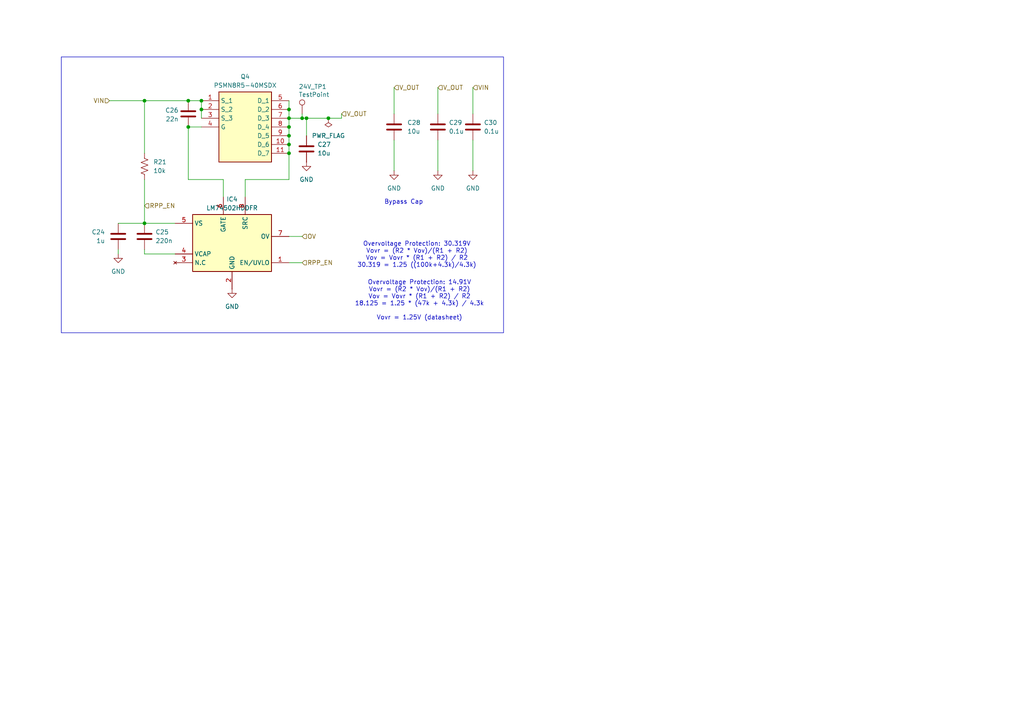
<source format=kicad_sch>
(kicad_sch (version 20250114) (generator "eeschema") (generator_version "9.0")
  (paper "A4")
  (lib_symbols
    (symbol "Connector:TestPoint" (pin_numbers (hide yes)) (pin_names (offset 0.762) (hide yes))
      (property "Reference" "TP" (at 0 6.858 0))
      (property "Value" "TestPoint" (at 0 5.08 0))
      (symbol "TestPoint_0_1"
        (circle (center 0 3.302) (radius 0.762))
      )
      (symbol "TestPoint_1_1"
        (pin passive line (at 0 0 90) (length 2.54) (name "1") (number "1"))
      )
    )
    (symbol "Device:C" (pin_numbers (hide yes)) (pin_names (offset 0.254))
      (property "Reference" "C" (at 0.635 2.54 0))
      (property "Value" "C" (at 0.635 -2.54 0))
      (symbol "C_0_1"
        (polyline (pts (xy -2.032 0.762) (xy 2.032 0.762)) (stroke (width 0.508)))
        (polyline (pts (xy -2.032 -0.762) (xy 2.032 -0.762)) (stroke (width 0.508)))
      )
      (symbol "C_1_1"
        (pin passive line (at 0 3.81 270) (length 2.794) (name "~") (number "1"))
        (pin passive line (at 0 -3.81 90) (length 2.794) (name "~") (number "2"))
      )
    )
    (symbol "Device:R_US" (pin_numbers (hide yes)) (pin_names (offset 0))
      (property "Reference" "R" (at 2.54 0 90))
      (property "Value" "R_US" (at -2.54 0 90))
      (symbol "R_US_0_1"
        (polyline (pts (xy 0 2.286) (xy 0 2.54)))
        (polyline (pts (xy 0 2.286) (xy 1.016 1.905) (xy 0 1.524) (xy -1.016 1.143) (xy 0 0.762)))
        (polyline (pts (xy 0 0.762) (xy 1.016 0.381) (xy 0 0) (xy -1.016 -0.381) (xy 0 -0.762)))
        (polyline (pts (xy 0 -0.762) (xy 1.016 -1.143) (xy 0 -1.524) (xy -1.016 -1.905) (xy 0 -2.286)))
        (polyline (pts (xy 0 -2.286) (xy 0 -2.54)))
      )
      (symbol "R_US_1_1"
        (pin passive line (at 0 3.81 270) (length 1.27) (name "~") (number "1"))
        (pin passive line (at 0 -3.81 90) (length 1.27) (name "~") (number "2"))
      )
    )
    (symbol "UTSVT_ICs:LM74502HDDFR"
      (property "Reference" "IC" (at 29.21 7.62 0))
      (property "Value" "LM74502HDDFR" (at 29.21 5.08 0))
      (symbol "LM74502HDDFR_1_1"
        (rectangle (start 5.08 2.54) (end 27.94 -13.97) (stroke (width 0.254)) (fill (type background)))
        (pin passive line (at 0 0 0) (length 5.08) (name "VS") (number "5"))
        (pin passive line (at 0 -8.89 0) (length 5.08) (name "VCAP") (number "4"))
        (pin no_connect line (at 0 -11.43 0) (length 5.08) (name "N.C") (number "3"))
        (pin passive line (at 13.97 7.62 270) (length 5.08) (name "GATE") (number "6"))
        (pin passive line (at 16.51 -19.05 90) (length 5.08) (name "GND") (number "2"))
        (pin passive line (at 20.32 7.62 270) (length 5.08) (name "SRC") (number "8"))
        (pin passive line (at 33.02 -3.81 180) (length 5.08) (name "OV") (number "7"))
        (pin passive line (at 33.02 -11.43 180) (length 5.08) (name "EN/UVLO") (number "1"))
      )
    )
    (symbol "UTSVT_Power:PSMN8R5-40MSDX"
      (property "Reference" "Q" (at 21.59 7.62 0))
      (property "Value" "PSMN8R5-40MSDX" (at 21.59 5.08 0))
      (symbol "PSMN8R5-40MSDX_1_1"
        (rectangle (start 5.08 2.54) (end 20.32 -17.78) (stroke (width 0.254)) (fill (type background)))
        (pin passive line (at 0 0 0) (length 5.08) (name "S_1") (number "1"))
        (pin passive line (at 0 -2.54 0) (length 5.08) (name "S_2") (number "2"))
        (pin passive line (at 0 -5.08 0) (length 5.08) (name "S_3") (number "3"))
        (pin passive line (at 0 -7.62 0) (length 5.08) (name "G") (number "4"))
        (pin passive line (at 25.4 0 180) (length 5.08) (name "D_1") (number "5"))
        (pin passive line (at 25.4 -2.54 180) (length 5.08) (name "D_2") (number "6"))
        (pin passive line (at 25.4 -5.08 180) (length 5.08) (name "D_3") (number "7"))
        (pin passive line (at 25.4 -7.62 180) (length 5.08) (name "D_4") (number "8"))
        (pin passive line (at 25.4 -10.16 180) (length 5.08) (name "D_5") (number "9"))
        (pin passive line (at 25.4 -12.7 180) (length 5.08) (name "D_6") (number "10"))
        (pin passive line (at 25.4 -15.24 180) (length 5.08) (name "D_7") (number "11"))
      )
    )
    (symbol "power:GND" (power) (pin_numbers (hide yes)) (pin_names (offset 0) (hide yes))
      (property "Value" "GND" (at 0 -3.81 0))
      (symbol "GND_0_1"
        (polyline (pts (xy 0 0) (xy 0 -1.27) (xy 1.27 -1.27) (xy 0 -2.54) (xy -1.27 -1.27) (xy 0 -1.27)))
      )
      (symbol "GND_1_1"
        (pin power_in line (at 0 0 270) (length 0) (name "~") (number "1"))
      )
    )
    (symbol "power:PWR_FLAG" (power) (pin_numbers (hide yes)) (pin_names (offset 0) (hide yes))
      (property "Value" "PWR_FLAG" (at 0 3.81 0))
      (symbol "PWR_FLAG_0_0"
        (pin power_out line (at 0 0 90) (length 0) (name "~") (number "1"))
      )
      (symbol "PWR_FLAG_0_1"
        (polyline (pts (xy 0 0) (xy 0 1.27) (xy -1.016 1.905) (xy 0 2.54) (xy 1.016 1.905) (xy 0 1.27)))
      )
    )
  )
  (rectangle (start 17.78 16.51) (end 146.05 96.52))
  (text "Overvoltage Protection: 14.91V\nVovr = (R2 * Vov)/(R1 + R2)\nVov = Vovr * (R1 + R2) / R2\n18.125 = 1.25 * (47k + 4.3k) / 4.3k\n\nVovr = 1.25V (datasheet)\n" (at 121.666 87.122 0) (effects (font (size 1.27 1.27))))
  (text "Overvoltage Protection: 30.319V\nVovr = (R2 * Vov)/(R1 + R2)\nVov = Vovr * (R1 + R2) / R2\n30.319 = 1.25 ((100k+4.3k)/4.3k)" (at 120.904 73.914 0) (effects (font (size 1.27 1.27))))
  (text "Bypass Cap" (at 117.094 58.674 0) (effects (font (size 1.27 1.27))))
  (junction (at 95.25 34.29))
  (junction (at 83.82 44.45))
  (junction (at 41.91 29.21))
  (junction (at 83.82 31.75))
  (junction (at 83.82 34.29))
  (junction (at 83.82 36.83))
  (junction (at 41.91 64.77))
  (junction (at 58.42 31.75))
  (junction (at 88.9 34.29))
  (junction (at 54.61 36.83))
  (junction (at 87.63 34.29))
  (junction (at 54.61 29.21))
  (junction (at 83.82 41.91))
  (junction (at 58.42 29.21))
  (junction (at 83.82 39.37))
  (wire (pts (xy 99.06 34.29) (xy 99.06 33.02)))
  (wire (pts (xy 83.82 36.83) (xy 83.82 39.37)))
  (wire (pts (xy 87.63 76.2) (xy 83.82 76.2)))
  (wire (pts (xy 71.12 52.07) (xy 83.82 52.07)))
  (wire (pts (xy 83.82 41.91) (xy 83.82 44.45)))
  (wire (pts (xy 83.82 39.37) (xy 83.82 41.91)))
  (wire (pts (xy 87.63 68.58) (xy 83.82 68.58)))
  (wire (pts (xy 88.9 34.29) (xy 95.25 34.29)))
  (wire (pts (xy 34.29 64.77) (xy 41.91 64.77)))
  (wire (pts (xy 54.61 29.21) (xy 58.42 29.21)))
  (wire (pts (xy 83.82 31.75) (xy 83.82 34.29)))
  (wire (pts (xy 83.82 29.21) (xy 83.82 31.75)))
  (wire (pts (xy 83.82 44.45) (xy 83.82 52.07)))
  (wire (pts (xy 88.9 34.29) (xy 87.63 34.29)))
  (wire (pts (xy 41.91 73.66) (xy 50.8 73.66)))
  (wire (pts (xy 41.91 44.45) (xy 41.91 29.21)))
  (wire (pts (xy 137.16 40.64) (xy 137.16 49.53)))
  (wire (pts (xy 41.91 64.77) (xy 50.8 64.77)))
  (wire (pts (xy 71.12 57.15) (xy 71.12 52.07)))
  (wire (pts (xy 31.75 29.21) (xy 41.91 29.21)))
  (wire (pts (xy 127 40.64) (xy 127 49.53)))
  (wire (pts (xy 41.91 52.07) (xy 41.91 64.77)))
  (wire (pts (xy 54.61 52.07) (xy 54.61 36.83)))
  (wire (pts (xy 88.9 34.29) (xy 88.9 39.37)))
  (wire (pts (xy 83.82 34.29) (xy 87.63 34.29)))
  (wire (pts (xy 41.91 72.39) (xy 41.91 73.66)))
  (wire (pts (xy 83.82 34.29) (xy 83.82 36.83)))
  (wire (pts (xy 87.63 34.29) (xy 87.63 33.02)))
  (wire (pts (xy 54.61 36.83) (xy 58.42 36.83)))
  (wire (pts (xy 64.77 52.07) (xy 54.61 52.07)))
  (wire (pts (xy 95.25 34.29) (xy 99.06 34.29)))
  (wire (pts (xy 64.77 57.15) (xy 64.77 52.07)))
  (wire (pts (xy 127 25.4) (xy 127 33.02)))
  (wire (pts (xy 137.16 25.4) (xy 137.16 33.02)))
  (wire (pts (xy 41.91 29.21) (xy 54.61 29.21)))
  (wire (pts (xy 114.3 40.64) (xy 114.3 49.53)))
  (wire (pts (xy 58.42 31.75) (xy 58.42 34.29)))
  (wire (pts (xy 58.42 29.21) (xy 58.42 31.75)))
  (wire (pts (xy 114.3 25.4) (xy 114.3 33.02)))
  (wire (pts (xy 34.29 73.66) (xy 34.29 72.39)))
  (hierarchical_label "OV" (shape input) (at 87.63 68.58 0))
  (hierarchical_label "V_OUT" (shape input) (at 99.06 33.02 0))
  (hierarchical_label "RPP_EN" (shape input) (at 41.91 59.69 0))
  (hierarchical_label "VIN" (shape input) (at 31.75 29.21 180))
  (hierarchical_label "RPP_EN" (shape input) (at 87.63 76.2 0))
  (hierarchical_label "V_OUT" (shape input) (at 114.3 25.4 0))
  (hierarchical_label "VIN" (shape input) (at 137.16 25.4 0))
  (hierarchical_label "V_OUT" (shape input) (at 127 25.4 0))
  (symbol (lib_id "power:GND") (at 114.3 49.53 0) (unit 1)
    (property "Reference" "#PWR058" (effects (hide yes)))
    (property "Value" "GND" (at 114.3 54.61 0))
    (property "Description" "Power symbol creates a global label with name \"GND\" , ground" (effects (hide yes)))
    (instances (project "PS-ChargerInterfacePCB" (path "" (reference "#PWR052") (unit 1)) (path "" (reference "#PWR058") (unit 1))))
  )
  (symbol (lib_id "power:GND") (at 67.31 83.82 0) (unit 1)
    (property "Reference" "#PWR056" (effects (hide yes)))
    (property "Value" "GND" (at 67.31 88.9 0))
    (property "Description" "Power symbol creates a global label with name \"GND\" , ground" (effects (hide yes)))
    (instances (project "PS-ChargerInterfacePCB" (path "" (reference "#PWR050") (unit 1)) (path "" (reference "#PWR056") (unit 1))))
  )
  (symbol (lib_id "Device:C") (at 127 36.83 0) (unit 1)
    (property "Reference" "C36" (at 130.175 35.5599 0) (effects (justify left)))
    (property "Value" "0.1u" (at 130.175 38.0999 0) (effects (justify left)))
    (property "Footprint" "Capacitor_SMD:C_0603_1608Metric" (effects (hide yes)))
    (property "Description" "Unpolarized capacitor" (effects (hide yes)))
    (instances (project "PS-ChargerInterfacePCB" (path "" (reference "C29") (unit 1)) (path "" (reference "C36") (unit 1))))
  )
  (symbol (lib_id "Device:R_US") (at 41.91 48.26 0) (unit 1)
    (property "Reference" "R22" (at 44.45 46.9899 0) (effects (justify left)))
    (property "Value" "10k" (at 44.45 49.5299 0) (effects (justify left)))
    (property "Footprint" "Resistor_SMD:R_0603_1608Metric" (effects (hide yes)))
    (property "Description" "Resistor, US symbol" (effects (hide yes)))
    (instances (project "PS-ChargerInterfacePCB" (path "" (reference "R21") (unit 1)) (path "" (reference "R22") (unit 1))))
  )
  (symbol (lib_id "Device:C") (at 34.29 68.58 0) (mirror x) (unit 1)
    (property "Reference" "C31" (at 30.48 67.3099 0) (effects (justify right)))
    (property "Value" "1u" (at 30.48 69.8499 0) (effects (justify right)))
    (property "Footprint" "Capacitor_SMD:C_0603_1608Metric" (effects (hide yes)))
    (property "Description" "Unpolarized capacitor" (effects (hide yes)))
    (instances (project "PS-ChargerInterfacePCB" (path "" (reference "C24") (unit 1)) (path "" (reference "C31") (unit 1))))
  )
  (symbol (lib_id "UTSVT_ICs:LM74502HDDFR") (at 50.8 64.77 0) (unit 1)
    (property "Reference" "IC5" (at 67.31 57.785 0))
    (property "Value" "LM74502HDDFR" (at 67.31 60.325 0))
    (property "Footprint" "UTSVT_Power:SOT65P280X110-8N" (effects (hide yes)))
    (property "Datasheet" "https://www.ti.com/lit/ds/symlink/lm74502h.pdf?HQS=dis-mous-null-mousermode-dsf-pf-null-wwe&ts=1659509238199&ref_url=https%253A%252F%252Fwww.mouser.vn%252F" (effects (hide yes)))
    (property "Description" "Hot Swap Voltage Controllers 3.2-V to 65-V industrial RPP controller with load disconnect, OVP, and high gate drive" (effects (hide yes)))
    (property "Height" "1.1" (effects (hide yes)))
    (property "Mouser Part Number" "595-LM74502HDDFR" (effects (hide yes)))
    (property "Mouser Price/Stock" "https://www.mouser.co.uk/ProductDetail/Texas-Instruments/LM74502HDDFR?qs=t7xnP681wgWDbfat8Yg%252B%2Fg%3D%3D" (effects (hide yes)))
    (property "Manufacturer_Name" "Texas Instruments" (effects (hide yes)))
    (property "Manufacturer_Part_Number" "LM74502HDDFR" (effects (hide yes)))
    (instances (project "PS-ChargerInterfacePCB" (path "" (reference "IC4") (unit 1)) (path "" (reference "IC5") (unit 1))))
  )
  (symbol (lib_id "Device:C") (at 137.16 36.83 0) (unit 1)
    (property "Reference" "C37" (at 140.335 35.5599 0) (effects (justify left)))
    (property "Value" "0.1u" (at 140.335 38.0999 0) (effects (justify left)))
    (property "Footprint" "Capacitor_SMD:C_0603_1608Metric" (effects (hide yes)))
    (property "Description" "Unpolarized capacitor" (effects (hide yes)))
    (instances (project "PS-ChargerInterfacePCB" (path "" (reference "C30") (unit 1)) (path "" (reference "C37") (unit 1))))
  )
  (symbol (lib_id "power:GND") (at 88.9 46.99 0) (unit 1)
    (property "Reference" "#PWR057" (effects (hide yes)))
    (property "Value" "GND" (at 88.9 52.07 0))
    (property "Description" "Power symbol creates a global label with name \"GND\" , ground" (effects (hide yes)))
    (instances (project "PS-ChargerInterfacePCB" (path "" (reference "#PWR051") (unit 1)) (path "" (reference "#PWR057") (unit 1))))
  )
  (symbol (lib_id "Connector:TestPoint") (at 87.63 33.02 0) (unit 1)
    (property "Reference" "12V_TP3" (at 86.614 25.146 0) (effects (justify left)))
    (property "Value" "TestPoint" (at 86.614 27.432 0) (effects (justify left)))
    (property "Footprint" "UTSVT_Special:TestPoint_HEX_3mmID" (effects (hide yes)))
    (property "Description" "test point" (effects (hide yes)))
    (instances (project "PS-ChargerInterfacePCB" (path "" (reference "24V_TP1") (unit 1)) (path "" (reference "12V_TP3") (unit 1))))
  )
  (symbol (lib_id "power:GND") (at 137.16 49.53 0) (unit 1)
    (property "Reference" "#PWR060" (effects (hide yes)))
    (property "Value" "GND" (at 137.16 54.61 0))
    (property "Description" "Power symbol creates a global label with name \"GND\" , ground" (effects (hide yes)))
    (instances (project "PS-ChargerInterfacePCB" (path "" (reference "#PWR054") (unit 1)) (path "" (reference "#PWR060") (unit 1))))
  )
  (symbol (lib_id "Device:C") (at 54.61 33.02 0) (mirror x) (unit 1)
    (property "Reference" "C33" (at 51.816 32.004 0) (effects (justify right)))
    (property "Value" "22n" (at 51.816 34.544 0) (effects (justify right)))
    (property "Footprint" "Capacitor_SMD:C_0603_1608Metric" (effects (hide yes)))
    (property "Description" "Unpolarized capacitor" (effects (hide yes)))
    (instances (project "PS-ChargerInterfacePCB" (path "" (reference "C26") (unit 1)) (path "" (reference "C33") (unit 1))))
  )
  (symbol (lib_id "Device:C") (at 88.9 43.18 0) (unit 1)
    (property "Reference" "C34" (at 92.075 41.9099 0) (effects (justify left)))
    (property "Value" "10u" (at 92.075 44.4499 0) (effects (justify left)))
    (property "Footprint" "Capacitor_SMD:C_0805_2012Metric" (effects (hide yes)))
    (property "Description" "Unpolarized capacitor" (effects (hide yes)))
    (instances (project "PS-ChargerInterfacePCB" (path "" (reference "C27") (unit 1)) (path "" (reference "C34") (unit 1))))
  )
  (symbol (lib_id "power:GND") (at 127 49.53 0) (unit 1)
    (property "Reference" "#PWR059" (effects (hide yes)))
    (property "Value" "GND" (at 127 54.61 0))
    (property "Description" "Power symbol creates a global label with name \"GND\" , ground" (effects (hide yes)))
    (instances (project "PS-ChargerInterfacePCB" (path "" (reference "#PWR053") (unit 1)) (path "" (reference "#PWR059") (unit 1))))
  )
  (symbol (lib_id "Device:C") (at 41.91 68.58 0) (mirror y) (unit 1)
    (property "Reference" "C32" (at 45.085 67.3099 0) (effects (justify right)))
    (property "Value" "220n" (at 45.085 69.8499 0) (effects (justify right)))
    (property "Footprint" "Capacitor_SMD:C_0603_1608Metric" (effects (hide yes)))
    (property "Description" "Unpolarized capacitor" (effects (hide yes)))
    (instances (project "PS-ChargerInterfacePCB" (path "" (reference "C25") (unit 1)) (path "" (reference "C32") (unit 1))))
  )
  (symbol (lib_id "power:GND") (at 34.29 73.66 0) (unit 1)
    (property "Reference" "#PWR055" (effects (hide yes)))
    (property "Value" "GND" (at 34.29 78.74 0))
    (property "Description" "Power symbol creates a global label with name \"GND\" , ground" (effects (hide yes)))
    (instances (project "PS-ChargerInterfacePCB" (path "" (reference "#PWR045") (unit 1)) (path "" (reference "#PWR055") (unit 1))))
  )
  (symbol (lib_id "Device:C") (at 114.3 36.83 0) (unit 1)
    (property "Reference" "C35" (at 118.11 35.5599 0) (effects (justify left)))
    (property "Value" "10u" (at 118.11 38.0999 0) (effects (justify left)))
    (property "Footprint" "Capacitor_SMD:C_0805_2012Metric" (effects (hide yes)))
    (property "Description" "Unpolarized capacitor" (effects (hide yes)))
    (instances (project "PS-ChargerInterfacePCB" (path "" (reference "C28") (unit 1)) (path "" (reference "C35") (unit 1))))
  )
  (symbol (lib_id "UTSVT_Power:PSMN8R5-40MSDX") (at 58.42 29.21 0) (unit 1)
    (property "Reference" "Q5" (at 71.12 22.225 0))
    (property "Value" "PSMN8R5-40MSDX" (at 71.12 24.765 0))
    (property "Footprint" "UTSVT_Power:PSMN8R5-40MSDX" (effects (hide yes)))
    (property "Datasheet" "https://assets.nexperia.com/documents/data-sheet/PSMN8R5-40MSD.pdf" (effects (hide yes)))
    (property "Description" "MOSFETs PSMN8R5-40MSD/SOT1210/mLFPAK" (effects (hide yes)))
    (property "Height" "1" (effects (hide yes)))
    (property "Mouser Part Number" "771-PSMN8R5-40MSDX" (effects (hide yes)))
    (property "Mouser Price/Stock" "https://www.mouser.co.uk/ProductDetail/Nexperia/PSMN8R5-40MSDX?qs=vHuUswq2%252BswjdnYdBdHaPw%3D%3D" (effects (hide yes)))
    (property "Manufacturer_Name" "Nexperia" (effects (hide yes)))
    (property "Manufacturer_Part_Number" "PSMN8R5-40MSDX" (effects (hide yes)))
    (instances (project "PS-ChargerInterfacePCB" (path "" (reference "Q4") (unit 1)) (path "" (reference "Q5") (unit 1))))
  )
  (symbol (lib_id "power:PWR_FLAG") (at 95.25 34.29 180) (unit 1)
    (property "Reference" "#FLG06" (effects (hide yes)))
    (property "Value" "PWR_FLAG" (at 95.25 39.37 0))
    (property "Description" "Special symbol for telling ERC where power comes from" (effects (hide yes)))
    (instances (project "PS-ChargerInterfacePCB" (path "" (reference "#FLG05") (unit 1)) (path "" (reference "#FLG06") (unit 1))))
  )
)
</source>
